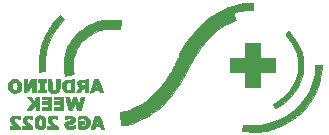
<source format=gbl>
G04 #@! TF.GenerationSoftware,KiCad,Pcbnew,(5.1.9-0-10_14)*
G04 #@! TF.CreationDate,2022-03-06T10:31:41-07:00*
G04 #@! TF.ProjectId,001,3030312e-6b69-4636-9164-5f7063625858,rev?*
G04 #@! TF.SameCoordinates,Original*
G04 #@! TF.FileFunction,Copper,L2,Bot*
G04 #@! TF.FilePolarity,Positive*
%FSLAX46Y46*%
G04 Gerber Fmt 4.6, Leading zero omitted, Abs format (unit mm)*
G04 Created by KiCad (PCBNEW (5.1.9-0-10_14)) date 2022-03-06 10:31:41*
%MOMM*%
%LPD*%
G01*
G04 APERTURE LIST*
G04 #@! TA.AperFunction,EtchedComponent*
%ADD10C,0.010000*%
G04 #@! TD*
G04 APERTURE END LIST*
D10*
G36*
X190942725Y-113390286D02*
G01*
X191209084Y-113396184D01*
X191202111Y-113629017D01*
X191168451Y-114071001D01*
X191094649Y-114515980D01*
X190982065Y-114958597D01*
X190832058Y-115393492D01*
X190648998Y-115809184D01*
X190415955Y-116236353D01*
X190148528Y-116639743D01*
X189848407Y-117017730D01*
X189517281Y-117368693D01*
X189156836Y-117691009D01*
X188768763Y-117983055D01*
X188354749Y-118243210D01*
X187916484Y-118469851D01*
X187846421Y-118501908D01*
X187684282Y-118570548D01*
X187497676Y-118642438D01*
X187296717Y-118714233D01*
X187091520Y-118782591D01*
X186892202Y-118844170D01*
X186708875Y-118895627D01*
X186551656Y-118933620D01*
X186520667Y-118940020D01*
X186223405Y-118988387D01*
X185909597Y-119020272D01*
X185594998Y-119034700D01*
X185295364Y-119030696D01*
X185176584Y-119023188D01*
X184975809Y-119006887D01*
X184814550Y-118993365D01*
X184690095Y-118982372D01*
X184599734Y-118973659D01*
X184540758Y-118966976D01*
X184510455Y-118962072D01*
X184508565Y-118961576D01*
X184494163Y-118953245D01*
X184486742Y-118933379D01*
X184486136Y-118894270D01*
X184492177Y-118828211D01*
X184503681Y-118735326D01*
X184519503Y-118613437D01*
X184531904Y-118527537D01*
X184543512Y-118471716D01*
X184556956Y-118440065D01*
X184574865Y-118426673D01*
X184599865Y-118425630D01*
X184634586Y-118431026D01*
X184638710Y-118431695D01*
X184849367Y-118456922D01*
X185090275Y-118471335D01*
X185350813Y-118475135D01*
X185620357Y-118468522D01*
X185888284Y-118451698D01*
X186143970Y-118424861D01*
X186310457Y-118400145D01*
X186769078Y-118301688D01*
X187213215Y-118165386D01*
X187640642Y-117992848D01*
X188049129Y-117785686D01*
X188436447Y-117545509D01*
X188800370Y-117273928D01*
X189138668Y-116972554D01*
X189449114Y-116642997D01*
X189729478Y-116286868D01*
X189977534Y-115905777D01*
X190119544Y-115647098D01*
X190293859Y-115272504D01*
X190432052Y-114899009D01*
X190536490Y-114518043D01*
X190609540Y-114121038D01*
X190652227Y-113718369D01*
X190676367Y-113384388D01*
X190942725Y-113390286D01*
G37*
X190942725Y-113390286D02*
X191209084Y-113396184D01*
X191202111Y-113629017D01*
X191168451Y-114071001D01*
X191094649Y-114515980D01*
X190982065Y-114958597D01*
X190832058Y-115393492D01*
X190648998Y-115809184D01*
X190415955Y-116236353D01*
X190148528Y-116639743D01*
X189848407Y-117017730D01*
X189517281Y-117368693D01*
X189156836Y-117691009D01*
X188768763Y-117983055D01*
X188354749Y-118243210D01*
X187916484Y-118469851D01*
X187846421Y-118501908D01*
X187684282Y-118570548D01*
X187497676Y-118642438D01*
X187296717Y-118714233D01*
X187091520Y-118782591D01*
X186892202Y-118844170D01*
X186708875Y-118895627D01*
X186551656Y-118933620D01*
X186520667Y-118940020D01*
X186223405Y-118988387D01*
X185909597Y-119020272D01*
X185594998Y-119034700D01*
X185295364Y-119030696D01*
X185176584Y-119023188D01*
X184975809Y-119006887D01*
X184814550Y-118993365D01*
X184690095Y-118982372D01*
X184599734Y-118973659D01*
X184540758Y-118966976D01*
X184510455Y-118962072D01*
X184508565Y-118961576D01*
X184494163Y-118953245D01*
X184486742Y-118933379D01*
X184486136Y-118894270D01*
X184492177Y-118828211D01*
X184503681Y-118735326D01*
X184519503Y-118613437D01*
X184531904Y-118527537D01*
X184543512Y-118471716D01*
X184556956Y-118440065D01*
X184574865Y-118426673D01*
X184599865Y-118425630D01*
X184634586Y-118431026D01*
X184638710Y-118431695D01*
X184849367Y-118456922D01*
X185090275Y-118471335D01*
X185350813Y-118475135D01*
X185620357Y-118468522D01*
X185888284Y-118451698D01*
X186143970Y-118424861D01*
X186310457Y-118400145D01*
X186769078Y-118301688D01*
X187213215Y-118165386D01*
X187640642Y-117992848D01*
X188049129Y-117785686D01*
X188436447Y-117545509D01*
X188800370Y-117273928D01*
X189138668Y-116972554D01*
X189449114Y-116642997D01*
X189729478Y-116286868D01*
X189977534Y-115905777D01*
X190119544Y-115647098D01*
X190293859Y-115272504D01*
X190432052Y-114899009D01*
X190536490Y-114518043D01*
X190609540Y-114121038D01*
X190652227Y-113718369D01*
X190676367Y-113384388D01*
X190942725Y-113390286D01*
G36*
X167471893Y-117670043D02*
G01*
X167583962Y-117702376D01*
X167678066Y-117758771D01*
X167733466Y-117820264D01*
X167778052Y-117915769D01*
X167809262Y-118039921D01*
X167824859Y-118180524D01*
X167823633Y-118312035D01*
X167802867Y-118467426D01*
X167763462Y-118589162D01*
X167703197Y-118682608D01*
X167649498Y-118732479D01*
X167605330Y-118763029D01*
X167562496Y-118781903D01*
X167508178Y-118792363D01*
X167429561Y-118797670D01*
X167387691Y-118799104D01*
X167289093Y-118799961D01*
X167219721Y-118794309D01*
X167166727Y-118780330D01*
X167128412Y-118762430D01*
X167040696Y-118697428D01*
X166977212Y-118608555D01*
X166936302Y-118491803D01*
X166916307Y-118343164D01*
X166915353Y-118307573D01*
X167217642Y-118307573D01*
X167224454Y-118412297D01*
X167242082Y-118487924D01*
X167271500Y-118540603D01*
X167281347Y-118551447D01*
X167335385Y-118587745D01*
X167395533Y-118586546D01*
X167416802Y-118579452D01*
X167461784Y-118544508D01*
X167492856Y-118477778D01*
X167510872Y-118376291D01*
X167516683Y-118237080D01*
X167516677Y-118231821D01*
X167512012Y-118096984D01*
X167497344Y-117999608D01*
X167470563Y-117935562D01*
X167429559Y-117900717D01*
X167372220Y-117890941D01*
X167343667Y-117893199D01*
X167305213Y-117910338D01*
X167270843Y-117937369D01*
X167249671Y-117966365D01*
X167235534Y-118010186D01*
X167226362Y-118078334D01*
X167220676Y-118167604D01*
X167217642Y-118307573D01*
X166915353Y-118307573D01*
X166913631Y-118243350D01*
X166919419Y-118095646D01*
X166937428Y-117980251D01*
X166970089Y-117888288D01*
X167019834Y-117810882D01*
X167037859Y-117789826D01*
X167124841Y-117721665D01*
X167232638Y-117679264D01*
X167351553Y-117662198D01*
X167471893Y-117670043D01*
G37*
X167471893Y-117670043D02*
X167583962Y-117702376D01*
X167678066Y-117758771D01*
X167733466Y-117820264D01*
X167778052Y-117915769D01*
X167809262Y-118039921D01*
X167824859Y-118180524D01*
X167823633Y-118312035D01*
X167802867Y-118467426D01*
X167763462Y-118589162D01*
X167703197Y-118682608D01*
X167649498Y-118732479D01*
X167605330Y-118763029D01*
X167562496Y-118781903D01*
X167508178Y-118792363D01*
X167429561Y-118797670D01*
X167387691Y-118799104D01*
X167289093Y-118799961D01*
X167219721Y-118794309D01*
X167166727Y-118780330D01*
X167128412Y-118762430D01*
X167040696Y-118697428D01*
X166977212Y-118608555D01*
X166936302Y-118491803D01*
X166916307Y-118343164D01*
X166915353Y-118307573D01*
X167217642Y-118307573D01*
X167224454Y-118412297D01*
X167242082Y-118487924D01*
X167271500Y-118540603D01*
X167281347Y-118551447D01*
X167335385Y-118587745D01*
X167395533Y-118586546D01*
X167416802Y-118579452D01*
X167461784Y-118544508D01*
X167492856Y-118477778D01*
X167510872Y-118376291D01*
X167516683Y-118237080D01*
X167516677Y-118231821D01*
X167512012Y-118096984D01*
X167497344Y-117999608D01*
X167470563Y-117935562D01*
X167429559Y-117900717D01*
X167372220Y-117890941D01*
X167343667Y-117893199D01*
X167305213Y-117910338D01*
X167270843Y-117937369D01*
X167249671Y-117966365D01*
X167235534Y-118010186D01*
X167226362Y-118078334D01*
X167220676Y-118167604D01*
X167217642Y-118307573D01*
X166915353Y-118307573D01*
X166913631Y-118243350D01*
X166919419Y-118095646D01*
X166937428Y-117980251D01*
X166970089Y-117888288D01*
X167019834Y-117810882D01*
X167037859Y-117789826D01*
X167124841Y-117721665D01*
X167232638Y-117679264D01*
X167351553Y-117662198D01*
X167471893Y-117670043D01*
G36*
X169942070Y-117669680D02*
G01*
X170076952Y-117696925D01*
X170189325Y-117747169D01*
X170274975Y-117818518D01*
X170329688Y-117909076D01*
X170349250Y-118016949D01*
X170349254Y-118018939D01*
X170332731Y-118125157D01*
X170282278Y-118213236D01*
X170196294Y-118284503D01*
X170073175Y-118340288D01*
X169911317Y-118381918D01*
X169911084Y-118381963D01*
X169815554Y-118408648D01*
X169752111Y-118443420D01*
X169722791Y-118482363D01*
X169729629Y-118521562D01*
X169774658Y-118557101D01*
X169812192Y-118572295D01*
X169916255Y-118586776D01*
X170038924Y-118570640D01*
X170171206Y-118525370D01*
X170211224Y-118506430D01*
X170275194Y-118474706D01*
X170322324Y-118452354D01*
X170341733Y-118444434D01*
X170345520Y-118463792D01*
X170348243Y-118514641D01*
X170349332Y-118586139D01*
X170349334Y-118589049D01*
X170349334Y-118733664D01*
X170269959Y-118760147D01*
X170191704Y-118778017D01*
X170088980Y-118790233D01*
X169974664Y-118796490D01*
X169861634Y-118796483D01*
X169762767Y-118789907D01*
X169690941Y-118776459D01*
X169683807Y-118774022D01*
X169577972Y-118723734D01*
X169502493Y-118659184D01*
X169445617Y-118570333D01*
X169413282Y-118462242D01*
X169421346Y-118356672D01*
X169468846Y-118260387D01*
X169493972Y-118230795D01*
X169560380Y-118182396D01*
X169659765Y-118137304D01*
X169782774Y-118099127D01*
X169897657Y-118075020D01*
X169962251Y-118056529D01*
X170012847Y-118028904D01*
X170021087Y-118021280D01*
X170043468Y-117990809D01*
X170037703Y-117965896D01*
X170012389Y-117938156D01*
X169949346Y-117902469D01*
X169860984Y-117888936D01*
X169757886Y-117897281D01*
X169650637Y-117927229D01*
X169601469Y-117948857D01*
X169540803Y-117977475D01*
X169495066Y-117996010D01*
X169479761Y-117999934D01*
X169469822Y-117980638D01*
X169462818Y-117930197D01*
X169460334Y-117863794D01*
X169460334Y-117727654D01*
X169621637Y-117691768D01*
X169788894Y-117667329D01*
X169942070Y-117669680D01*
G37*
X169942070Y-117669680D02*
X170076952Y-117696925D01*
X170189325Y-117747169D01*
X170274975Y-117818518D01*
X170329688Y-117909076D01*
X170349250Y-118016949D01*
X170349254Y-118018939D01*
X170332731Y-118125157D01*
X170282278Y-118213236D01*
X170196294Y-118284503D01*
X170073175Y-118340288D01*
X169911317Y-118381918D01*
X169911084Y-118381963D01*
X169815554Y-118408648D01*
X169752111Y-118443420D01*
X169722791Y-118482363D01*
X169729629Y-118521562D01*
X169774658Y-118557101D01*
X169812192Y-118572295D01*
X169916255Y-118586776D01*
X170038924Y-118570640D01*
X170171206Y-118525370D01*
X170211224Y-118506430D01*
X170275194Y-118474706D01*
X170322324Y-118452354D01*
X170341733Y-118444434D01*
X170345520Y-118463792D01*
X170348243Y-118514641D01*
X170349332Y-118586139D01*
X170349334Y-118589049D01*
X170349334Y-118733664D01*
X170269959Y-118760147D01*
X170191704Y-118778017D01*
X170088980Y-118790233D01*
X169974664Y-118796490D01*
X169861634Y-118796483D01*
X169762767Y-118789907D01*
X169690941Y-118776459D01*
X169683807Y-118774022D01*
X169577972Y-118723734D01*
X169502493Y-118659184D01*
X169445617Y-118570333D01*
X169413282Y-118462242D01*
X169421346Y-118356672D01*
X169468846Y-118260387D01*
X169493972Y-118230795D01*
X169560380Y-118182396D01*
X169659765Y-118137304D01*
X169782774Y-118099127D01*
X169897657Y-118075020D01*
X169962251Y-118056529D01*
X170012847Y-118028904D01*
X170021087Y-118021280D01*
X170043468Y-117990809D01*
X170037703Y-117965896D01*
X170012389Y-117938156D01*
X169949346Y-117902469D01*
X169860984Y-117888936D01*
X169757886Y-117897281D01*
X169650637Y-117927229D01*
X169601469Y-117948857D01*
X169540803Y-117977475D01*
X169495066Y-117996010D01*
X169479761Y-117999934D01*
X169469822Y-117980638D01*
X169462818Y-117930197D01*
X169460334Y-117863794D01*
X169460334Y-117727654D01*
X169621637Y-117691768D01*
X169788894Y-117667329D01*
X169942070Y-117669680D01*
G36*
X171076325Y-117671050D02*
G01*
X171229318Y-117707646D01*
X171357284Y-117775576D01*
X171457809Y-117873004D01*
X171528476Y-117998094D01*
X171566873Y-118149007D01*
X171569977Y-118176670D01*
X171567226Y-118336906D01*
X171529542Y-118481718D01*
X171459360Y-118606098D01*
X171359113Y-118705034D01*
X171293254Y-118746160D01*
X171214176Y-118773222D01*
X171106120Y-118791016D01*
X170981512Y-118799085D01*
X170852778Y-118796977D01*
X170732347Y-118784235D01*
X170661542Y-118769267D01*
X170539834Y-118736204D01*
X170539834Y-118169267D01*
X171047834Y-118169267D01*
X171047834Y-118402100D01*
X170836167Y-118402100D01*
X170836167Y-118592600D01*
X170916349Y-118592600D01*
X171012315Y-118576659D01*
X171106407Y-118534315D01*
X171183820Y-118473783D01*
X171220892Y-118423597D01*
X171247711Y-118342605D01*
X171258590Y-118244274D01*
X171253068Y-118147075D01*
X171230685Y-118069480D01*
X171229761Y-118067674D01*
X171192662Y-118012451D01*
X171144468Y-117958613D01*
X171143389Y-117957600D01*
X171107900Y-117929376D01*
X171068514Y-117913348D01*
X171012134Y-117906218D01*
X170933134Y-117904684D01*
X170846287Y-117906967D01*
X170783872Y-117916904D01*
X170728099Y-117939127D01*
X170668850Y-117973475D01*
X170609411Y-118009570D01*
X170565764Y-118034480D01*
X170549010Y-118042267D01*
X170544460Y-118022899D01*
X170541176Y-117971984D01*
X170539837Y-117900304D01*
X170539834Y-117896090D01*
X170539834Y-117749913D01*
X170640375Y-117714683D01*
X170714040Y-117695074D01*
X170808974Y-117678039D01*
X170900720Y-117667626D01*
X171076325Y-117671050D01*
G37*
X171076325Y-117671050D02*
X171229318Y-117707646D01*
X171357284Y-117775576D01*
X171457809Y-117873004D01*
X171528476Y-117998094D01*
X171566873Y-118149007D01*
X171569977Y-118176670D01*
X171567226Y-118336906D01*
X171529542Y-118481718D01*
X171459360Y-118606098D01*
X171359113Y-118705034D01*
X171293254Y-118746160D01*
X171214176Y-118773222D01*
X171106120Y-118791016D01*
X170981512Y-118799085D01*
X170852778Y-118796977D01*
X170732347Y-118784235D01*
X170661542Y-118769267D01*
X170539834Y-118736204D01*
X170539834Y-118169267D01*
X171047834Y-118169267D01*
X171047834Y-118402100D01*
X170836167Y-118402100D01*
X170836167Y-118592600D01*
X170916349Y-118592600D01*
X171012315Y-118576659D01*
X171106407Y-118534315D01*
X171183820Y-118473783D01*
X171220892Y-118423597D01*
X171247711Y-118342605D01*
X171258590Y-118244274D01*
X171253068Y-118147075D01*
X171230685Y-118069480D01*
X171229761Y-118067674D01*
X171192662Y-118012451D01*
X171144468Y-117958613D01*
X171143389Y-117957600D01*
X171107900Y-117929376D01*
X171068514Y-117913348D01*
X171012134Y-117906218D01*
X170933134Y-117904684D01*
X170846287Y-117906967D01*
X170783872Y-117916904D01*
X170728099Y-117939127D01*
X170668850Y-117973475D01*
X170609411Y-118009570D01*
X170565764Y-118034480D01*
X170549010Y-118042267D01*
X170544460Y-118022899D01*
X170541176Y-117971984D01*
X170539837Y-117900304D01*
X170539834Y-117896090D01*
X170539834Y-117749913D01*
X170640375Y-117714683D01*
X170714040Y-117695074D01*
X170808974Y-117678039D01*
X170900720Y-117667626D01*
X171076325Y-117671050D01*
G36*
X165387367Y-117676173D02*
G01*
X165493292Y-117692126D01*
X165528625Y-117701059D01*
X165629167Y-117730269D01*
X165629167Y-117850990D01*
X165627165Y-117918739D01*
X165621994Y-117967756D01*
X165616838Y-117984040D01*
X165592586Y-117982540D01*
X165542684Y-117965867D01*
X165495130Y-117945441D01*
X165383962Y-117905712D01*
X165288527Y-117895145D01*
X165213424Y-117912545D01*
X165163251Y-117956720D01*
X165142608Y-118026475D01*
X165142334Y-118037038D01*
X165151247Y-118099435D01*
X165180166Y-118164429D01*
X165232364Y-118235847D01*
X165311110Y-118317516D01*
X165419676Y-118413265D01*
X165560375Y-118526174D01*
X165613586Y-118571173D01*
X165640352Y-118608954D01*
X165649549Y-118655641D01*
X165650334Y-118689629D01*
X165650334Y-118783100D01*
X164782500Y-118783100D01*
X164782500Y-118571434D01*
X165251968Y-118571434D01*
X165148723Y-118489823D01*
X165015771Y-118369764D01*
X164917330Y-118248755D01*
X164853994Y-118129823D01*
X164826357Y-118015992D01*
X164835015Y-117910288D01*
X164880561Y-117815737D01*
X164963589Y-117735364D01*
X164996379Y-117714184D01*
X165063859Y-117690033D01*
X165159970Y-117675439D01*
X165272033Y-117670715D01*
X165387367Y-117676173D01*
G37*
X165387367Y-117676173D02*
X165493292Y-117692126D01*
X165528625Y-117701059D01*
X165629167Y-117730269D01*
X165629167Y-117850990D01*
X165627165Y-117918739D01*
X165621994Y-117967756D01*
X165616838Y-117984040D01*
X165592586Y-117982540D01*
X165542684Y-117965867D01*
X165495130Y-117945441D01*
X165383962Y-117905712D01*
X165288527Y-117895145D01*
X165213424Y-117912545D01*
X165163251Y-117956720D01*
X165142608Y-118026475D01*
X165142334Y-118037038D01*
X165151247Y-118099435D01*
X165180166Y-118164429D01*
X165232364Y-118235847D01*
X165311110Y-118317516D01*
X165419676Y-118413265D01*
X165560375Y-118526174D01*
X165613586Y-118571173D01*
X165640352Y-118608954D01*
X165649549Y-118655641D01*
X165650334Y-118689629D01*
X165650334Y-118783100D01*
X164782500Y-118783100D01*
X164782500Y-118571434D01*
X165251968Y-118571434D01*
X165148723Y-118489823D01*
X165015771Y-118369764D01*
X164917330Y-118248755D01*
X164853994Y-118129823D01*
X164826357Y-118015992D01*
X164835015Y-117910288D01*
X164880561Y-117815737D01*
X164963589Y-117735364D01*
X164996379Y-117714184D01*
X165063859Y-117690033D01*
X165159970Y-117675439D01*
X165272033Y-117670715D01*
X165387367Y-117676173D01*
G36*
X166457502Y-117676015D02*
G01*
X166566480Y-117694771D01*
X166608125Y-117706264D01*
X166687500Y-117731870D01*
X166687500Y-117865902D01*
X166686280Y-117934957D01*
X166683093Y-117983347D01*
X166679019Y-117999934D01*
X166656829Y-117991714D01*
X166607982Y-117970408D01*
X166557310Y-117947224D01*
X166479654Y-117917499D01*
X166402993Y-117898289D01*
X166364709Y-117894307D01*
X166282298Y-117910507D01*
X166227110Y-117955087D01*
X166202778Y-118021274D01*
X166212937Y-118102295D01*
X166230811Y-118143860D01*
X166264996Y-118191605D01*
X166324715Y-118258197D01*
X166402378Y-118336118D01*
X166490398Y-118417849D01*
X166581187Y-118495873D01*
X166608125Y-118517669D01*
X166664676Y-118565464D01*
X166694834Y-118602830D01*
X166706762Y-118643792D01*
X166708667Y-118690400D01*
X166708667Y-118783100D01*
X165840834Y-118783100D01*
X165840834Y-118571434D01*
X166308698Y-118571434D01*
X166179526Y-118463935D01*
X166047034Y-118339047D01*
X165955311Y-118218040D01*
X165903222Y-118098782D01*
X165889632Y-117979141D01*
X165894961Y-117929264D01*
X165931229Y-117834589D01*
X166000923Y-117754129D01*
X166095498Y-117696564D01*
X166138445Y-117681875D01*
X166226699Y-117668696D01*
X166338646Y-117667033D01*
X166457502Y-117676015D01*
G37*
X166457502Y-117676015D02*
X166566480Y-117694771D01*
X166608125Y-117706264D01*
X166687500Y-117731870D01*
X166687500Y-117865902D01*
X166686280Y-117934957D01*
X166683093Y-117983347D01*
X166679019Y-117999934D01*
X166656829Y-117991714D01*
X166607982Y-117970408D01*
X166557310Y-117947224D01*
X166479654Y-117917499D01*
X166402993Y-117898289D01*
X166364709Y-117894307D01*
X166282298Y-117910507D01*
X166227110Y-117955087D01*
X166202778Y-118021274D01*
X166212937Y-118102295D01*
X166230811Y-118143860D01*
X166264996Y-118191605D01*
X166324715Y-118258197D01*
X166402378Y-118336118D01*
X166490398Y-118417849D01*
X166581187Y-118495873D01*
X166608125Y-118517669D01*
X166664676Y-118565464D01*
X166694834Y-118602830D01*
X166706762Y-118643792D01*
X166708667Y-118690400D01*
X166708667Y-118783100D01*
X165840834Y-118783100D01*
X165840834Y-118571434D01*
X166308698Y-118571434D01*
X166179526Y-118463935D01*
X166047034Y-118339047D01*
X165955311Y-118218040D01*
X165903222Y-118098782D01*
X165889632Y-117979141D01*
X165894961Y-117929264D01*
X165931229Y-117834589D01*
X166000923Y-117754129D01*
X166095498Y-117696564D01*
X166138445Y-117681875D01*
X166226699Y-117668696D01*
X166338646Y-117667033D01*
X166457502Y-117676015D01*
G36*
X168540974Y-117676334D02*
G01*
X168633454Y-117685095D01*
X168704388Y-117697314D01*
X168714209Y-117699944D01*
X168804167Y-117726399D01*
X168804167Y-117863166D01*
X168802662Y-117933007D01*
X168798727Y-117982296D01*
X168793507Y-117999934D01*
X168769913Y-117990820D01*
X168723545Y-117967976D01*
X168703934Y-117957639D01*
X168592024Y-117911243D01*
X168492437Y-117896652D01*
X168410404Y-117913719D01*
X168351157Y-117962298D01*
X168347481Y-117967659D01*
X168325872Y-118036016D01*
X168343175Y-118116283D01*
X168399655Y-118208860D01*
X168495580Y-118314149D01*
X168631217Y-118432548D01*
X168687576Y-118476742D01*
X168761582Y-118534307D01*
X168808102Y-118575047D01*
X168833509Y-118607547D01*
X168844178Y-118640392D01*
X168846482Y-118682167D01*
X168846500Y-118690784D01*
X168846500Y-118783100D01*
X167957500Y-118783100D01*
X167957500Y-118571434D01*
X168430787Y-118571434D01*
X168337018Y-118492757D01*
X168213504Y-118381979D01*
X168124090Y-118283599D01*
X168064840Y-118191425D01*
X168031822Y-118099266D01*
X168021100Y-118000929D01*
X168021079Y-117995485D01*
X168034991Y-117880023D01*
X168077782Y-117791501D01*
X168151305Y-117728505D01*
X168257417Y-117689622D01*
X168397972Y-117673435D01*
X168444334Y-117672780D01*
X168540974Y-117676334D01*
G37*
X168540974Y-117676334D02*
X168633454Y-117685095D01*
X168704388Y-117697314D01*
X168714209Y-117699944D01*
X168804167Y-117726399D01*
X168804167Y-117863166D01*
X168802662Y-117933007D01*
X168798727Y-117982296D01*
X168793507Y-117999934D01*
X168769913Y-117990820D01*
X168723545Y-117967976D01*
X168703934Y-117957639D01*
X168592024Y-117911243D01*
X168492437Y-117896652D01*
X168410404Y-117913719D01*
X168351157Y-117962298D01*
X168347481Y-117967659D01*
X168325872Y-118036016D01*
X168343175Y-118116283D01*
X168399655Y-118208860D01*
X168495580Y-118314149D01*
X168631217Y-118432548D01*
X168687576Y-118476742D01*
X168761582Y-118534307D01*
X168808102Y-118575047D01*
X168833509Y-118607547D01*
X168844178Y-118640392D01*
X168846482Y-118682167D01*
X168846500Y-118690784D01*
X168846500Y-118783100D01*
X167957500Y-118783100D01*
X167957500Y-118571434D01*
X168430787Y-118571434D01*
X168337018Y-118492757D01*
X168213504Y-118381979D01*
X168124090Y-118283599D01*
X168064840Y-118191425D01*
X168031822Y-118099266D01*
X168021100Y-118000929D01*
X168021079Y-117995485D01*
X168034991Y-117880023D01*
X168077782Y-117791501D01*
X168151305Y-117728505D01*
X168257417Y-117689622D01*
X168397972Y-117673435D01*
X168444334Y-117672780D01*
X168540974Y-117676334D01*
G36*
X172588471Y-118216892D02*
G01*
X172640321Y-118358934D01*
X172686987Y-118487950D01*
X172726576Y-118598613D01*
X172757196Y-118685593D01*
X172776954Y-118743561D01*
X172783956Y-118767189D01*
X172783955Y-118767225D01*
X172764351Y-118775092D01*
X172713239Y-118780771D01*
X172641431Y-118783093D01*
X172637035Y-118783100D01*
X172490569Y-118783100D01*
X172420265Y-118571434D01*
X172028933Y-118571434D01*
X171997779Y-118671975D01*
X171966625Y-118772517D01*
X171814146Y-118778736D01*
X171739899Y-118779625D01*
X171685462Y-118776203D01*
X171661416Y-118769203D01*
X171661074Y-118768152D01*
X171667919Y-118744567D01*
X171687518Y-118686605D01*
X171717983Y-118599607D01*
X171757425Y-118488917D01*
X171803953Y-118359877D01*
X171812274Y-118337025D01*
X172116580Y-118337025D01*
X172128552Y-118354589D01*
X172159237Y-118359862D01*
X172209952Y-118359806D01*
X172221157Y-118359767D01*
X172285386Y-118357186D01*
X172328230Y-118350520D01*
X172339102Y-118343892D01*
X172332359Y-118317712D01*
X172314405Y-118262690D01*
X172288808Y-118189651D01*
X172282676Y-118172709D01*
X172226148Y-118017402D01*
X172179774Y-118140959D01*
X172143508Y-118237173D01*
X172122004Y-118300207D01*
X172116580Y-118337025D01*
X171812274Y-118337025D01*
X171855679Y-118217829D01*
X171856022Y-118216892D01*
X172051562Y-117682434D01*
X172392530Y-117682434D01*
X172588471Y-118216892D01*
G37*
X172588471Y-118216892D02*
X172640321Y-118358934D01*
X172686987Y-118487950D01*
X172726576Y-118598613D01*
X172757196Y-118685593D01*
X172776954Y-118743561D01*
X172783956Y-118767189D01*
X172783955Y-118767225D01*
X172764351Y-118775092D01*
X172713239Y-118780771D01*
X172641431Y-118783093D01*
X172637035Y-118783100D01*
X172490569Y-118783100D01*
X172420265Y-118571434D01*
X172028933Y-118571434D01*
X171997779Y-118671975D01*
X171966625Y-118772517D01*
X171814146Y-118778736D01*
X171739899Y-118779625D01*
X171685462Y-118776203D01*
X171661416Y-118769203D01*
X171661074Y-118768152D01*
X171667919Y-118744567D01*
X171687518Y-118686605D01*
X171717983Y-118599607D01*
X171757425Y-118488917D01*
X171803953Y-118359877D01*
X171812274Y-118337025D01*
X172116580Y-118337025D01*
X172128552Y-118354589D01*
X172159237Y-118359862D01*
X172209952Y-118359806D01*
X172221157Y-118359767D01*
X172285386Y-118357186D01*
X172328230Y-118350520D01*
X172339102Y-118343892D01*
X172332359Y-118317712D01*
X172314405Y-118262690D01*
X172288808Y-118189651D01*
X172282676Y-118172709D01*
X172226148Y-118017402D01*
X172179774Y-118140959D01*
X172143508Y-118237173D01*
X172122004Y-118300207D01*
X172116580Y-118337025D01*
X171812274Y-118337025D01*
X171855679Y-118217829D01*
X171856022Y-118216892D01*
X172051562Y-117682434D01*
X172392530Y-117682434D01*
X172588471Y-118216892D01*
G36*
X185398834Y-108707767D02*
G01*
X185255959Y-108707993D01*
X185127331Y-108712482D01*
X184969755Y-108724628D01*
X184795621Y-108742974D01*
X184617321Y-108766064D01*
X184447246Y-108792442D01*
X184298071Y-108820590D01*
X184162691Y-108850769D01*
X184036621Y-108881623D01*
X183926041Y-108911377D01*
X183837131Y-108938255D01*
X183776071Y-108960483D01*
X183749041Y-108976284D01*
X183748263Y-108978538D01*
X183754565Y-109003004D01*
X183771612Y-109060222D01*
X183797098Y-109142674D01*
X183828718Y-109242841D01*
X183843513Y-109289134D01*
X183876893Y-109393401D01*
X183905126Y-109481973D01*
X183925945Y-109547707D01*
X183937084Y-109583462D01*
X183938334Y-109587863D01*
X183919802Y-109595806D01*
X183869892Y-109614694D01*
X183797131Y-109641341D01*
X183742542Y-109660985D01*
X183572354Y-109729014D01*
X183380099Y-109818100D01*
X183176571Y-109922612D01*
X182972563Y-110036917D01*
X182778871Y-110155384D01*
X182715358Y-110196892D01*
X182350594Y-110461549D01*
X181991522Y-110764977D01*
X181641552Y-111103671D01*
X181304095Y-111474131D01*
X180982563Y-111872854D01*
X180702305Y-112263767D01*
X180589627Y-112432629D01*
X180488409Y-112590078D01*
X180394522Y-112743420D01*
X180303834Y-112899962D01*
X180212215Y-113067010D01*
X180115534Y-113251870D01*
X180009661Y-113461849D01*
X179906516Y-113671350D01*
X179752265Y-113982171D01*
X179608804Y-114259907D01*
X179472228Y-114511172D01*
X179338631Y-114742582D01*
X179204106Y-114960752D01*
X179064748Y-115172296D01*
X178916649Y-115383830D01*
X178806019Y-115534996D01*
X178438857Y-116000147D01*
X178056836Y-116428324D01*
X177660688Y-116819018D01*
X177251149Y-117171720D01*
X176828951Y-117485921D01*
X176394828Y-117761114D01*
X175949514Y-117996791D01*
X175493743Y-118192442D01*
X175028248Y-118347559D01*
X174593229Y-118453790D01*
X174462396Y-118479628D01*
X174367600Y-118496508D01*
X174303623Y-118504966D01*
X174265249Y-118505538D01*
X174247260Y-118498759D01*
X174244000Y-118489669D01*
X174241094Y-118464453D01*
X174232925Y-118403279D01*
X174220320Y-118312078D01*
X174204105Y-118196785D01*
X174185106Y-118063334D01*
X174169917Y-117957600D01*
X174149364Y-117813960D01*
X174131002Y-117683519D01*
X174115660Y-117572356D01*
X174104171Y-117486549D01*
X174097366Y-117432178D01*
X174095834Y-117415907D01*
X174114769Y-117394412D01*
X174162771Y-117377426D01*
X174175209Y-117375084D01*
X174282112Y-117354296D01*
X174416781Y-117323118D01*
X174566925Y-117284863D01*
X174720253Y-117242842D01*
X174864476Y-117200365D01*
X174987304Y-117160744D01*
X175037750Y-117142703D01*
X175439827Y-116969945D01*
X175835768Y-116756391D01*
X176224030Y-116503330D01*
X176603067Y-116212050D01*
X176971335Y-115883840D01*
X177327292Y-115519988D01*
X177669392Y-115121782D01*
X177996091Y-114690511D01*
X178023812Y-114651359D01*
X178153730Y-114461999D01*
X178276546Y-114272133D01*
X178396151Y-114074981D01*
X178516438Y-113863762D01*
X178641297Y-113631696D01*
X178774620Y-113372002D01*
X178882284Y-113155476D01*
X178970798Y-112975059D01*
X179041964Y-112828778D01*
X179097359Y-112712902D01*
X179138563Y-112623698D01*
X179167152Y-112557435D01*
X179184704Y-112510382D01*
X179192796Y-112478807D01*
X179193006Y-112458979D01*
X179186911Y-112447165D01*
X179183119Y-112443889D01*
X179169172Y-112429468D01*
X179166255Y-112408791D01*
X179176828Y-112374846D01*
X179203347Y-112320617D01*
X179248270Y-112239092D01*
X179265656Y-112208347D01*
X179452677Y-111896105D01*
X179666401Y-111570117D01*
X179899129Y-111241311D01*
X180143165Y-110920612D01*
X180359742Y-110655448D01*
X180732959Y-110242059D01*
X181122917Y-109863278D01*
X181528157Y-109519882D01*
X181947221Y-109212651D01*
X182378650Y-108942364D01*
X182820986Y-108709800D01*
X183272770Y-108515737D01*
X183732544Y-108360954D01*
X184198849Y-108246231D01*
X184670227Y-108172345D01*
X185065459Y-108142547D01*
X185398834Y-108129735D01*
X185398834Y-108707767D01*
G37*
X185398834Y-108707767D02*
X185255959Y-108707993D01*
X185127331Y-108712482D01*
X184969755Y-108724628D01*
X184795621Y-108742974D01*
X184617321Y-108766064D01*
X184447246Y-108792442D01*
X184298071Y-108820590D01*
X184162691Y-108850769D01*
X184036621Y-108881623D01*
X183926041Y-108911377D01*
X183837131Y-108938255D01*
X183776071Y-108960483D01*
X183749041Y-108976284D01*
X183748263Y-108978538D01*
X183754565Y-109003004D01*
X183771612Y-109060222D01*
X183797098Y-109142674D01*
X183828718Y-109242841D01*
X183843513Y-109289134D01*
X183876893Y-109393401D01*
X183905126Y-109481973D01*
X183925945Y-109547707D01*
X183937084Y-109583462D01*
X183938334Y-109587863D01*
X183919802Y-109595806D01*
X183869892Y-109614694D01*
X183797131Y-109641341D01*
X183742542Y-109660985D01*
X183572354Y-109729014D01*
X183380099Y-109818100D01*
X183176571Y-109922612D01*
X182972563Y-110036917D01*
X182778871Y-110155384D01*
X182715358Y-110196892D01*
X182350594Y-110461549D01*
X181991522Y-110764977D01*
X181641552Y-111103671D01*
X181304095Y-111474131D01*
X180982563Y-111872854D01*
X180702305Y-112263767D01*
X180589627Y-112432629D01*
X180488409Y-112590078D01*
X180394522Y-112743420D01*
X180303834Y-112899962D01*
X180212215Y-113067010D01*
X180115534Y-113251870D01*
X180009661Y-113461849D01*
X179906516Y-113671350D01*
X179752265Y-113982171D01*
X179608804Y-114259907D01*
X179472228Y-114511172D01*
X179338631Y-114742582D01*
X179204106Y-114960752D01*
X179064748Y-115172296D01*
X178916649Y-115383830D01*
X178806019Y-115534996D01*
X178438857Y-116000147D01*
X178056836Y-116428324D01*
X177660688Y-116819018D01*
X177251149Y-117171720D01*
X176828951Y-117485921D01*
X176394828Y-117761114D01*
X175949514Y-117996791D01*
X175493743Y-118192442D01*
X175028248Y-118347559D01*
X174593229Y-118453790D01*
X174462396Y-118479628D01*
X174367600Y-118496508D01*
X174303623Y-118504966D01*
X174265249Y-118505538D01*
X174247260Y-118498759D01*
X174244000Y-118489669D01*
X174241094Y-118464453D01*
X174232925Y-118403279D01*
X174220320Y-118312078D01*
X174204105Y-118196785D01*
X174185106Y-118063334D01*
X174169917Y-117957600D01*
X174149364Y-117813960D01*
X174131002Y-117683519D01*
X174115660Y-117572356D01*
X174104171Y-117486549D01*
X174097366Y-117432178D01*
X174095834Y-117415907D01*
X174114769Y-117394412D01*
X174162771Y-117377426D01*
X174175209Y-117375084D01*
X174282112Y-117354296D01*
X174416781Y-117323118D01*
X174566925Y-117284863D01*
X174720253Y-117242842D01*
X174864476Y-117200365D01*
X174987304Y-117160744D01*
X175037750Y-117142703D01*
X175439827Y-116969945D01*
X175835768Y-116756391D01*
X176224030Y-116503330D01*
X176603067Y-116212050D01*
X176971335Y-115883840D01*
X177327292Y-115519988D01*
X177669392Y-115121782D01*
X177996091Y-114690511D01*
X178023812Y-114651359D01*
X178153730Y-114461999D01*
X178276546Y-114272133D01*
X178396151Y-114074981D01*
X178516438Y-113863762D01*
X178641297Y-113631696D01*
X178774620Y-113372002D01*
X178882284Y-113155476D01*
X178970798Y-112975059D01*
X179041964Y-112828778D01*
X179097359Y-112712902D01*
X179138563Y-112623698D01*
X179167152Y-112557435D01*
X179184704Y-112510382D01*
X179192796Y-112478807D01*
X179193006Y-112458979D01*
X179186911Y-112447165D01*
X179183119Y-112443889D01*
X179169172Y-112429468D01*
X179166255Y-112408791D01*
X179176828Y-112374846D01*
X179203347Y-112320617D01*
X179248270Y-112239092D01*
X179265656Y-112208347D01*
X179452677Y-111896105D01*
X179666401Y-111570117D01*
X179899129Y-111241311D01*
X180143165Y-110920612D01*
X180359742Y-110655448D01*
X180732959Y-110242059D01*
X181122917Y-109863278D01*
X181528157Y-109519882D01*
X181947221Y-109212651D01*
X182378650Y-108942364D01*
X182820986Y-108709800D01*
X183272770Y-108515737D01*
X183732544Y-108360954D01*
X184198849Y-108246231D01*
X184670227Y-108172345D01*
X185065459Y-108142547D01*
X185398834Y-108129735D01*
X185398834Y-108707767D01*
G36*
X167280167Y-117195600D02*
G01*
X166983834Y-117195600D01*
X166983834Y-117007692D01*
X166981830Y-116908456D01*
X166975052Y-116843739D01*
X166962349Y-116805880D01*
X166951572Y-116793009D01*
X166922207Y-116774672D01*
X166912196Y-116774542D01*
X166897585Y-116793841D01*
X166863005Y-116840315D01*
X166813587Y-116907049D01*
X166754461Y-116987129D01*
X166752916Y-116989225D01*
X166600750Y-117195600D01*
X166421875Y-117195600D01*
X166340826Y-117194300D01*
X166278931Y-117190830D01*
X166245934Y-117185841D01*
X166243000Y-117183694D01*
X166255192Y-117163670D01*
X166288872Y-117116053D01*
X166339698Y-117046790D01*
X166403327Y-116961827D01*
X166447790Y-116903236D01*
X166518602Y-116810343D01*
X166580915Y-116728536D01*
X166629955Y-116664086D01*
X166660950Y-116623264D01*
X166668895Y-116612728D01*
X166661786Y-116589188D01*
X166630066Y-116539220D01*
X166577379Y-116467919D01*
X166507371Y-116380383D01*
X166474688Y-116341198D01*
X166402220Y-116254737D01*
X166340530Y-116180091D01*
X166294303Y-116123011D01*
X166268225Y-116089249D01*
X166264167Y-116082695D01*
X166283686Y-116078752D01*
X166335667Y-116076038D01*
X166410247Y-116074982D01*
X166438792Y-116075076D01*
X166613417Y-116076386D01*
X166793334Y-116308201D01*
X166973250Y-116540016D01*
X166979235Y-116306892D01*
X166985220Y-116073767D01*
X167280167Y-116073767D01*
X167280167Y-117195600D01*
G37*
X167280167Y-117195600D02*
X166983834Y-117195600D01*
X166983834Y-117007692D01*
X166981830Y-116908456D01*
X166975052Y-116843739D01*
X166962349Y-116805880D01*
X166951572Y-116793009D01*
X166922207Y-116774672D01*
X166912196Y-116774542D01*
X166897585Y-116793841D01*
X166863005Y-116840315D01*
X166813587Y-116907049D01*
X166754461Y-116987129D01*
X166752916Y-116989225D01*
X166600750Y-117195600D01*
X166421875Y-117195600D01*
X166340826Y-117194300D01*
X166278931Y-117190830D01*
X166245934Y-117185841D01*
X166243000Y-117183694D01*
X166255192Y-117163670D01*
X166288872Y-117116053D01*
X166339698Y-117046790D01*
X166403327Y-116961827D01*
X166447790Y-116903236D01*
X166518602Y-116810343D01*
X166580915Y-116728536D01*
X166629955Y-116664086D01*
X166660950Y-116623264D01*
X166668895Y-116612728D01*
X166661786Y-116589188D01*
X166630066Y-116539220D01*
X166577379Y-116467919D01*
X166507371Y-116380383D01*
X166474688Y-116341198D01*
X166402220Y-116254737D01*
X166340530Y-116180091D01*
X166294303Y-116123011D01*
X166268225Y-116089249D01*
X166264167Y-116082695D01*
X166283686Y-116078752D01*
X166335667Y-116076038D01*
X166410247Y-116074982D01*
X166438792Y-116075076D01*
X166613417Y-116076386D01*
X166793334Y-116308201D01*
X166973250Y-116540016D01*
X166979235Y-116306892D01*
X166985220Y-116073767D01*
X167280167Y-116073767D01*
X167280167Y-117195600D01*
G36*
X168296167Y-117195600D02*
G01*
X167908111Y-117195600D01*
X167784010Y-117194865D01*
X167674783Y-117192821D01*
X167587373Y-117189713D01*
X167528723Y-117185784D01*
X167505945Y-117181489D01*
X167497668Y-117153637D01*
X167492591Y-117098830D01*
X167491834Y-117065072D01*
X167491834Y-116962767D01*
X167999834Y-116962767D01*
X167999834Y-116708767D01*
X167534167Y-116708767D01*
X167534167Y-116475934D01*
X167999834Y-116475934D01*
X167999834Y-116306600D01*
X167491834Y-116306600D01*
X167491834Y-116073767D01*
X168296167Y-116073767D01*
X168296167Y-117195600D01*
G37*
X168296167Y-117195600D02*
X167908111Y-117195600D01*
X167784010Y-117194865D01*
X167674783Y-117192821D01*
X167587373Y-117189713D01*
X167528723Y-117185784D01*
X167505945Y-117181489D01*
X167497668Y-117153637D01*
X167492591Y-117098830D01*
X167491834Y-117065072D01*
X167491834Y-116962767D01*
X167999834Y-116962767D01*
X167999834Y-116708767D01*
X167534167Y-116708767D01*
X167534167Y-116475934D01*
X167999834Y-116475934D01*
X167999834Y-116306600D01*
X167491834Y-116306600D01*
X167491834Y-116073767D01*
X168296167Y-116073767D01*
X168296167Y-117195600D01*
G36*
X169328394Y-116628934D02*
G01*
X169322750Y-117185017D01*
X168929855Y-117190761D01*
X168804934Y-117191827D01*
X168694817Y-117191321D01*
X168606409Y-117189394D01*
X168546613Y-117186195D01*
X168522397Y-117181941D01*
X168513852Y-117153802D01*
X168508613Y-117098792D01*
X168507834Y-117065072D01*
X168507834Y-116962767D01*
X169015834Y-116962767D01*
X169015834Y-116708767D01*
X168550167Y-116708767D01*
X168550167Y-116475934D01*
X169015834Y-116475934D01*
X169015834Y-116306600D01*
X168505621Y-116306600D01*
X168518417Y-116084350D01*
X168926228Y-116078600D01*
X169334038Y-116072850D01*
X169328394Y-116628934D01*
G37*
X169328394Y-116628934D02*
X169322750Y-117185017D01*
X168929855Y-117190761D01*
X168804934Y-117191827D01*
X168694817Y-117191321D01*
X168606409Y-117189394D01*
X168546613Y-117186195D01*
X168522397Y-117181941D01*
X168513852Y-117153802D01*
X168508613Y-117098792D01*
X168507834Y-117065072D01*
X168507834Y-116962767D01*
X169015834Y-116962767D01*
X169015834Y-116708767D01*
X168550167Y-116708767D01*
X168550167Y-116475934D01*
X169015834Y-116475934D01*
X169015834Y-116306600D01*
X168505621Y-116306600D01*
X168518417Y-116084350D01*
X168926228Y-116078600D01*
X169334038Y-116072850D01*
X169328394Y-116628934D01*
G36*
X170292611Y-116078186D02*
G01*
X170442149Y-116084350D01*
X170532124Y-116420053D01*
X170562680Y-116532814D01*
X170589764Y-116630420D01*
X170611388Y-116705892D01*
X170625565Y-116752254D01*
X170629976Y-116763632D01*
X170637073Y-116747234D01*
X170650934Y-116696789D01*
X170669689Y-116619691D01*
X170691469Y-116523338D01*
X170696109Y-116502013D01*
X170720037Y-116392523D01*
X170742730Y-116290837D01*
X170761700Y-116207961D01*
X170774462Y-116154902D01*
X170774915Y-116153142D01*
X170795465Y-116073767D01*
X170942816Y-116073767D01*
X171022246Y-116075475D01*
X171067669Y-116081847D01*
X171087317Y-116094754D01*
X171090167Y-116107241D01*
X171084805Y-116135902D01*
X171069942Y-116198350D01*
X171047415Y-116287747D01*
X171019058Y-116397260D01*
X170986709Y-116520053D01*
X170952202Y-116649289D01*
X170917373Y-116778134D01*
X170884058Y-116899752D01*
X170854092Y-117007308D01*
X170829312Y-117093966D01*
X170811554Y-117152890D01*
X170802906Y-117176879D01*
X170777533Y-117186020D01*
X170721426Y-117192688D01*
X170646167Y-117195570D01*
X170637448Y-117195600D01*
X170483560Y-117195600D01*
X170391526Y-116853976D01*
X170299491Y-116512353D01*
X170273098Y-116605268D01*
X170256901Y-116663143D01*
X170232998Y-116749613D01*
X170204767Y-116852417D01*
X170178963Y-116946892D01*
X170111220Y-117195600D01*
X169956359Y-117195600D01*
X169879528Y-117193268D01*
X169820628Y-117187117D01*
X169791174Y-117178417D01*
X169790179Y-117177285D01*
X169780960Y-117151080D01*
X169762979Y-117090695D01*
X169738061Y-117002936D01*
X169708030Y-116894611D01*
X169674711Y-116772526D01*
X169639928Y-116643489D01*
X169605506Y-116514308D01*
X169573270Y-116391790D01*
X169545043Y-116282741D01*
X169522651Y-116193970D01*
X169507917Y-116132284D01*
X169502667Y-116104567D01*
X169512308Y-116087593D01*
X169546212Y-116077951D01*
X169611853Y-116074064D01*
X169648461Y-116073767D01*
X169794256Y-116073767D01*
X169860037Y-116354225D01*
X169885647Y-116464319D01*
X169908817Y-116565568D01*
X169927233Y-116647752D01*
X169938581Y-116700649D01*
X169939613Y-116705851D01*
X169947361Y-116738773D01*
X169955707Y-116753148D01*
X169966121Y-116745283D01*
X169980078Y-116711484D01*
X169999051Y-116648060D01*
X170024512Y-116551316D01*
X170057935Y-116417561D01*
X170063330Y-116395686D01*
X170143074Y-116072021D01*
X170292611Y-116078186D01*
G37*
X170292611Y-116078186D02*
X170442149Y-116084350D01*
X170532124Y-116420053D01*
X170562680Y-116532814D01*
X170589764Y-116630420D01*
X170611388Y-116705892D01*
X170625565Y-116752254D01*
X170629976Y-116763632D01*
X170637073Y-116747234D01*
X170650934Y-116696789D01*
X170669689Y-116619691D01*
X170691469Y-116523338D01*
X170696109Y-116502013D01*
X170720037Y-116392523D01*
X170742730Y-116290837D01*
X170761700Y-116207961D01*
X170774462Y-116154902D01*
X170774915Y-116153142D01*
X170795465Y-116073767D01*
X170942816Y-116073767D01*
X171022246Y-116075475D01*
X171067669Y-116081847D01*
X171087317Y-116094754D01*
X171090167Y-116107241D01*
X171084805Y-116135902D01*
X171069942Y-116198350D01*
X171047415Y-116287747D01*
X171019058Y-116397260D01*
X170986709Y-116520053D01*
X170952202Y-116649289D01*
X170917373Y-116778134D01*
X170884058Y-116899752D01*
X170854092Y-117007308D01*
X170829312Y-117093966D01*
X170811554Y-117152890D01*
X170802906Y-117176879D01*
X170777533Y-117186020D01*
X170721426Y-117192688D01*
X170646167Y-117195570D01*
X170637448Y-117195600D01*
X170483560Y-117195600D01*
X170391526Y-116853976D01*
X170299491Y-116512353D01*
X170273098Y-116605268D01*
X170256901Y-116663143D01*
X170232998Y-116749613D01*
X170204767Y-116852417D01*
X170178963Y-116946892D01*
X170111220Y-117195600D01*
X169956359Y-117195600D01*
X169879528Y-117193268D01*
X169820628Y-117187117D01*
X169791174Y-117178417D01*
X169790179Y-117177285D01*
X169780960Y-117151080D01*
X169762979Y-117090695D01*
X169738061Y-117002936D01*
X169708030Y-116894611D01*
X169674711Y-116772526D01*
X169639928Y-116643489D01*
X169605506Y-116514308D01*
X169573270Y-116391790D01*
X169545043Y-116282741D01*
X169522651Y-116193970D01*
X169507917Y-116132284D01*
X169502667Y-116104567D01*
X169512308Y-116087593D01*
X169546212Y-116077951D01*
X169611853Y-116074064D01*
X169648461Y-116073767D01*
X169794256Y-116073767D01*
X169860037Y-116354225D01*
X169885647Y-116464319D01*
X169908817Y-116565568D01*
X169927233Y-116647752D01*
X169938581Y-116700649D01*
X169939613Y-116705851D01*
X169947361Y-116738773D01*
X169955707Y-116753148D01*
X169966121Y-116745283D01*
X169980078Y-116711484D01*
X169999051Y-116648060D01*
X170024512Y-116551316D01*
X170057935Y-116417561D01*
X170063330Y-116395686D01*
X170143074Y-116072021D01*
X170292611Y-116078186D01*
G36*
X188546638Y-110665684D02*
G01*
X188815098Y-110981773D01*
X189047006Y-111316220D01*
X189241802Y-111666553D01*
X189398924Y-112030302D01*
X189517812Y-112404994D01*
X189597904Y-112788159D01*
X189638640Y-113177324D01*
X189639458Y-113570019D01*
X189599798Y-113963772D01*
X189519097Y-114356112D01*
X189442868Y-114613722D01*
X189297276Y-114985506D01*
X189114308Y-115341970D01*
X188896871Y-115679740D01*
X188647874Y-115995443D01*
X188370226Y-116285703D01*
X188066837Y-116547147D01*
X187740614Y-116776399D01*
X187424511Y-116955129D01*
X187238272Y-117048894D01*
X187152817Y-116866538D01*
X187116765Y-116787500D01*
X187089807Y-116724311D01*
X187075531Y-116685620D01*
X187074473Y-116677817D01*
X187095524Y-116665894D01*
X187144379Y-116640400D01*
X187210932Y-116606601D01*
X187218511Y-116602797D01*
X187552497Y-116412737D01*
X187862960Y-116190500D01*
X188147647Y-115939077D01*
X188404304Y-115661456D01*
X188630681Y-115360624D01*
X188824523Y-115039571D01*
X188983580Y-114701285D01*
X189105598Y-114348755D01*
X189187373Y-113990571D01*
X189215085Y-113771906D01*
X189229252Y-113529751D01*
X189229857Y-113279791D01*
X189216885Y-113037713D01*
X189190320Y-112819203D01*
X189188531Y-112808570D01*
X189103093Y-112432959D01*
X188978119Y-112071173D01*
X188814856Y-111725684D01*
X188614552Y-111398963D01*
X188378452Y-111093481D01*
X188254274Y-110956688D01*
X188193757Y-110892169D01*
X188158191Y-110844564D01*
X188148558Y-110804561D01*
X188165836Y-110762847D01*
X188211006Y-110710109D01*
X188285048Y-110637035D01*
X188288237Y-110633934D01*
X188407929Y-110517517D01*
X188546638Y-110665684D01*
G37*
X188546638Y-110665684D02*
X188815098Y-110981773D01*
X189047006Y-111316220D01*
X189241802Y-111666553D01*
X189398924Y-112030302D01*
X189517812Y-112404994D01*
X189597904Y-112788159D01*
X189638640Y-113177324D01*
X189639458Y-113570019D01*
X189599798Y-113963772D01*
X189519097Y-114356112D01*
X189442868Y-114613722D01*
X189297276Y-114985506D01*
X189114308Y-115341970D01*
X188896871Y-115679740D01*
X188647874Y-115995443D01*
X188370226Y-116285703D01*
X188066837Y-116547147D01*
X187740614Y-116776399D01*
X187424511Y-116955129D01*
X187238272Y-117048894D01*
X187152817Y-116866538D01*
X187116765Y-116787500D01*
X187089807Y-116724311D01*
X187075531Y-116685620D01*
X187074473Y-116677817D01*
X187095524Y-116665894D01*
X187144379Y-116640400D01*
X187210932Y-116606601D01*
X187218511Y-116602797D01*
X187552497Y-116412737D01*
X187862960Y-116190500D01*
X188147647Y-115939077D01*
X188404304Y-115661456D01*
X188630681Y-115360624D01*
X188824523Y-115039571D01*
X188983580Y-114701285D01*
X189105598Y-114348755D01*
X189187373Y-113990571D01*
X189215085Y-113771906D01*
X189229252Y-113529751D01*
X189229857Y-113279791D01*
X189216885Y-113037713D01*
X189190320Y-112819203D01*
X189188531Y-112808570D01*
X189103093Y-112432959D01*
X188978119Y-112071173D01*
X188814856Y-111725684D01*
X188614552Y-111398963D01*
X188378452Y-111093481D01*
X188254274Y-110956688D01*
X188193757Y-110892169D01*
X188158191Y-110844564D01*
X188148558Y-110804561D01*
X188165836Y-110762847D01*
X188211006Y-110710109D01*
X188285048Y-110637035D01*
X188288237Y-110633934D01*
X188407929Y-110517517D01*
X188546638Y-110665684D01*
G36*
X165367371Y-114609804D02*
G01*
X165506167Y-114661277D01*
X165619013Y-114744060D01*
X165703180Y-114855694D01*
X165755937Y-114993719D01*
X165772597Y-115103039D01*
X165769377Y-115276345D01*
X165733375Y-115424412D01*
X165665046Y-115546275D01*
X165564849Y-115640967D01*
X165499949Y-115679324D01*
X165431916Y-115709359D01*
X165367817Y-115726265D01*
X165290725Y-115733331D01*
X165217553Y-115734171D01*
X165124063Y-115729985D01*
X165035777Y-115719807D01*
X164970223Y-115705735D01*
X164964861Y-115703936D01*
X164870407Y-115652224D01*
X164781115Y-115571844D01*
X164709839Y-115475760D01*
X164682134Y-115418768D01*
X164655587Y-115312196D01*
X164646005Y-115184319D01*
X164951380Y-115184319D01*
X164968022Y-115299297D01*
X164986785Y-115355930D01*
X165038236Y-115437862D01*
X165110625Y-115492941D01*
X165194323Y-115518288D01*
X165279702Y-115511028D01*
X165357133Y-115468283D01*
X165358564Y-115467019D01*
X165418238Y-115385843D01*
X165451944Y-115272532D01*
X165459834Y-115164998D01*
X165446011Y-115034766D01*
X165405594Y-114934055D01*
X165340163Y-114864922D01*
X165251295Y-114829426D01*
X165198900Y-114824934D01*
X165114874Y-114844103D01*
X165045237Y-114896819D01*
X164992860Y-114975888D01*
X164960616Y-115074118D01*
X164951380Y-115184319D01*
X164646005Y-115184319D01*
X164645491Y-115177471D01*
X164645450Y-115162958D01*
X164663558Y-114999097D01*
X164715058Y-114859346D01*
X164797464Y-114746238D01*
X164908292Y-114662306D01*
X165045058Y-114610082D01*
X165205277Y-114592100D01*
X165205356Y-114592100D01*
X165367371Y-114609804D01*
G37*
X165367371Y-114609804D02*
X165506167Y-114661277D01*
X165619013Y-114744060D01*
X165703180Y-114855694D01*
X165755937Y-114993719D01*
X165772597Y-115103039D01*
X165769377Y-115276345D01*
X165733375Y-115424412D01*
X165665046Y-115546275D01*
X165564849Y-115640967D01*
X165499949Y-115679324D01*
X165431916Y-115709359D01*
X165367817Y-115726265D01*
X165290725Y-115733331D01*
X165217553Y-115734171D01*
X165124063Y-115729985D01*
X165035777Y-115719807D01*
X164970223Y-115705735D01*
X164964861Y-115703936D01*
X164870407Y-115652224D01*
X164781115Y-115571844D01*
X164709839Y-115475760D01*
X164682134Y-115418768D01*
X164655587Y-115312196D01*
X164646005Y-115184319D01*
X164951380Y-115184319D01*
X164968022Y-115299297D01*
X164986785Y-115355930D01*
X165038236Y-115437862D01*
X165110625Y-115492941D01*
X165194323Y-115518288D01*
X165279702Y-115511028D01*
X165357133Y-115468283D01*
X165358564Y-115467019D01*
X165418238Y-115385843D01*
X165451944Y-115272532D01*
X165459834Y-115164998D01*
X165446011Y-115034766D01*
X165405594Y-114934055D01*
X165340163Y-114864922D01*
X165251295Y-114829426D01*
X165198900Y-114824934D01*
X165114874Y-114844103D01*
X165045237Y-114896819D01*
X164992860Y-114975888D01*
X164960616Y-115074118D01*
X164951380Y-115184319D01*
X164646005Y-115184319D01*
X164645491Y-115177471D01*
X164645450Y-115162958D01*
X164663558Y-114999097D01*
X164715058Y-114859346D01*
X164797464Y-114746238D01*
X164908292Y-114662306D01*
X165045058Y-114610082D01*
X165205277Y-114592100D01*
X165205356Y-114592100D01*
X165367371Y-114609804D01*
G36*
X168342143Y-115014889D02*
G01*
X168344788Y-115155045D01*
X168347701Y-115259187D01*
X168351657Y-115333630D01*
X168357429Y-115384690D01*
X168365793Y-115418683D01*
X168377522Y-115441924D01*
X168393390Y-115460729D01*
X168397296Y-115464681D01*
X168459970Y-115502486D01*
X168537301Y-115515866D01*
X168613540Y-115504922D01*
X168672942Y-115469755D01*
X168679037Y-115462880D01*
X168693291Y-115441842D01*
X168703768Y-115414838D01*
X168711039Y-115375522D01*
X168715676Y-115317551D01*
X168718249Y-115234581D01*
X168719328Y-115120267D01*
X168719500Y-115013089D01*
X168719500Y-114613267D01*
X169040178Y-114613267D01*
X169033297Y-115031309D01*
X169029520Y-115197612D01*
X169023245Y-115327584D01*
X169012853Y-115427215D01*
X168996724Y-115502498D01*
X168973239Y-115559426D01*
X168940777Y-115603990D01*
X168897719Y-115642182D01*
X168861247Y-115667778D01*
X168817152Y-115694035D01*
X168772879Y-115711127D01*
X168717048Y-115721433D01*
X168638277Y-115727332D01*
X168562930Y-115730126D01*
X168455585Y-115731751D01*
X168378953Y-115728138D01*
X168321600Y-115717998D01*
X168272090Y-115700043D01*
X168264417Y-115696493D01*
X168196970Y-115660379D01*
X168144506Y-115619840D01*
X168105201Y-115569293D01*
X168077232Y-115503155D01*
X168058774Y-115415842D01*
X168048004Y-115301771D01*
X168043097Y-115155357D01*
X168042167Y-115016113D01*
X168042167Y-114613267D01*
X168335202Y-114613267D01*
X168342143Y-115014889D01*
G37*
X168342143Y-115014889D02*
X168344788Y-115155045D01*
X168347701Y-115259187D01*
X168351657Y-115333630D01*
X168357429Y-115384690D01*
X168365793Y-115418683D01*
X168377522Y-115441924D01*
X168393390Y-115460729D01*
X168397296Y-115464681D01*
X168459970Y-115502486D01*
X168537301Y-115515866D01*
X168613540Y-115504922D01*
X168672942Y-115469755D01*
X168679037Y-115462880D01*
X168693291Y-115441842D01*
X168703768Y-115414838D01*
X168711039Y-115375522D01*
X168715676Y-115317551D01*
X168718249Y-115234581D01*
X168719328Y-115120267D01*
X168719500Y-115013089D01*
X168719500Y-114613267D01*
X169040178Y-114613267D01*
X169033297Y-115031309D01*
X169029520Y-115197612D01*
X169023245Y-115327584D01*
X169012853Y-115427215D01*
X168996724Y-115502498D01*
X168973239Y-115559426D01*
X168940777Y-115603990D01*
X168897719Y-115642182D01*
X168861247Y-115667778D01*
X168817152Y-115694035D01*
X168772879Y-115711127D01*
X168717048Y-115721433D01*
X168638277Y-115727332D01*
X168562930Y-115730126D01*
X168455585Y-115731751D01*
X168378953Y-115728138D01*
X168321600Y-115717998D01*
X168272090Y-115700043D01*
X168264417Y-115696493D01*
X168196970Y-115660379D01*
X168144506Y-115619840D01*
X168105201Y-115569293D01*
X168077232Y-115503155D01*
X168058774Y-115415842D01*
X168048004Y-115301771D01*
X168043097Y-115155357D01*
X168042167Y-115016113D01*
X168042167Y-114613267D01*
X168335202Y-114613267D01*
X168342143Y-115014889D01*
G36*
X166253584Y-115211479D02*
G01*
X166631192Y-114613267D01*
X166983834Y-114613267D01*
X166983834Y-115713934D01*
X166709690Y-115713934D01*
X166703887Y-115365736D01*
X166698084Y-115017539D01*
X166486417Y-115364930D01*
X166274750Y-115712322D01*
X165967834Y-115713934D01*
X165967834Y-114613267D01*
X166241838Y-114613267D01*
X166253584Y-115211479D01*
G37*
X166253584Y-115211479D02*
X166631192Y-114613267D01*
X166983834Y-114613267D01*
X166983834Y-115713934D01*
X166709690Y-115713934D01*
X166703887Y-115365736D01*
X166698084Y-115017539D01*
X166486417Y-115364930D01*
X166274750Y-115712322D01*
X165967834Y-115713934D01*
X165967834Y-114613267D01*
X166241838Y-114613267D01*
X166253584Y-115211479D01*
G36*
X167851667Y-114824934D02*
G01*
X167661167Y-114824934D01*
X167661167Y-115502267D01*
X167851667Y-115502267D01*
X167851667Y-115713934D01*
X167195500Y-115713934D01*
X167195500Y-115502267D01*
X167364834Y-115502267D01*
X167364834Y-114824934D01*
X167195500Y-114824934D01*
X167195500Y-114613267D01*
X167851667Y-114613267D01*
X167851667Y-114824934D01*
G37*
X167851667Y-114824934D02*
X167661167Y-114824934D01*
X167661167Y-115502267D01*
X167851667Y-115502267D01*
X167851667Y-115713934D01*
X167195500Y-115713934D01*
X167195500Y-115502267D01*
X167364834Y-115502267D01*
X167364834Y-114824934D01*
X167195500Y-114824934D01*
X167195500Y-114613267D01*
X167851667Y-114613267D01*
X167851667Y-114824934D01*
G36*
X170264667Y-115713934D02*
G01*
X169952459Y-115713004D01*
X169787323Y-115710003D01*
X169663366Y-115702063D01*
X169579717Y-115689116D01*
X169558282Y-115682857D01*
X169435705Y-115617809D01*
X169331913Y-115520363D01*
X169269928Y-115426492D01*
X169239624Y-115357475D01*
X169223265Y-115288082D01*
X169217249Y-115200487D01*
X169217245Y-115199958D01*
X169528941Y-115199958D01*
X169537672Y-115284281D01*
X169555454Y-115341463D01*
X169587017Y-115386474D01*
X169588293Y-115387865D01*
X169683199Y-115460907D01*
X169798926Y-115497181D01*
X169857209Y-115501438D01*
X169947167Y-115502267D01*
X169947167Y-114846100D01*
X169846625Y-114846133D01*
X169724198Y-114861861D01*
X169630642Y-114908395D01*
X169566712Y-114984897D01*
X169533162Y-115090526D01*
X169528941Y-115199958D01*
X169217245Y-115199958D01*
X169216920Y-115164165D01*
X169219540Y-115072245D01*
X169230087Y-115004676D01*
X169252594Y-114943655D01*
X169278014Y-114894604D01*
X169367301Y-114776129D01*
X169486843Y-114686383D01*
X169555584Y-114653697D01*
X169598813Y-114644077D01*
X169675086Y-114634706D01*
X169775119Y-114626436D01*
X169889625Y-114620120D01*
X169941875Y-114618190D01*
X170264667Y-114608119D01*
X170264667Y-115713934D01*
G37*
X170264667Y-115713934D02*
X169952459Y-115713004D01*
X169787323Y-115710003D01*
X169663366Y-115702063D01*
X169579717Y-115689116D01*
X169558282Y-115682857D01*
X169435705Y-115617809D01*
X169331913Y-115520363D01*
X169269928Y-115426492D01*
X169239624Y-115357475D01*
X169223265Y-115288082D01*
X169217249Y-115200487D01*
X169217245Y-115199958D01*
X169528941Y-115199958D01*
X169537672Y-115284281D01*
X169555454Y-115341463D01*
X169587017Y-115386474D01*
X169588293Y-115387865D01*
X169683199Y-115460907D01*
X169798926Y-115497181D01*
X169857209Y-115501438D01*
X169947167Y-115502267D01*
X169947167Y-114846100D01*
X169846625Y-114846133D01*
X169724198Y-114861861D01*
X169630642Y-114908395D01*
X169566712Y-114984897D01*
X169533162Y-115090526D01*
X169528941Y-115199958D01*
X169217245Y-115199958D01*
X169216920Y-115164165D01*
X169219540Y-115072245D01*
X169230087Y-115004676D01*
X169252594Y-114943655D01*
X169278014Y-114894604D01*
X169367301Y-114776129D01*
X169486843Y-114686383D01*
X169555584Y-114653697D01*
X169598813Y-114644077D01*
X169675086Y-114634706D01*
X169775119Y-114626436D01*
X169889625Y-114620120D01*
X169941875Y-114618190D01*
X170264667Y-114608119D01*
X170264667Y-115713934D01*
G36*
X171428834Y-115713934D02*
G01*
X171132500Y-115713934D01*
X171132500Y-115332934D01*
X171071128Y-115332934D01*
X171040489Y-115337366D01*
X171009773Y-115354532D01*
X170972792Y-115390232D01*
X170923357Y-115450270D01*
X170867917Y-115523434D01*
X170726077Y-115713934D01*
X170548289Y-115713934D01*
X170467511Y-115712594D01*
X170405915Y-115709023D01*
X170373279Y-115703890D01*
X170370500Y-115701744D01*
X170382832Y-115681431D01*
X170416551Y-115634583D01*
X170466738Y-115567837D01*
X170528477Y-115487827D01*
X170539127Y-115474202D01*
X170707753Y-115258850D01*
X170644541Y-115209363D01*
X170565044Y-115122153D01*
X170521429Y-115012793D01*
X170516339Y-114965797D01*
X170815000Y-114965797D01*
X170833119Y-115032337D01*
X170886427Y-115076834D01*
X170973353Y-115098239D01*
X171016084Y-115100100D01*
X171132500Y-115100100D01*
X171132500Y-114846100D01*
X171012459Y-114846100D01*
X170911913Y-114856173D01*
X170847392Y-114886938D01*
X170817539Y-114939219D01*
X170815000Y-114965797D01*
X170516339Y-114965797D01*
X170512120Y-114926859D01*
X170526043Y-114824415D01*
X170573817Y-114741605D01*
X170659271Y-114672070D01*
X170669046Y-114666184D01*
X170701584Y-114649888D01*
X170740402Y-114637962D01*
X170792919Y-114629521D01*
X170866556Y-114623684D01*
X170968736Y-114619569D01*
X171084875Y-114616737D01*
X171428834Y-114609625D01*
X171428834Y-115713934D01*
G37*
X171428834Y-115713934D02*
X171132500Y-115713934D01*
X171132500Y-115332934D01*
X171071128Y-115332934D01*
X171040489Y-115337366D01*
X171009773Y-115354532D01*
X170972792Y-115390232D01*
X170923357Y-115450270D01*
X170867917Y-115523434D01*
X170726077Y-115713934D01*
X170548289Y-115713934D01*
X170467511Y-115712594D01*
X170405915Y-115709023D01*
X170373279Y-115703890D01*
X170370500Y-115701744D01*
X170382832Y-115681431D01*
X170416551Y-115634583D01*
X170466738Y-115567837D01*
X170528477Y-115487827D01*
X170539127Y-115474202D01*
X170707753Y-115258850D01*
X170644541Y-115209363D01*
X170565044Y-115122153D01*
X170521429Y-115012793D01*
X170516339Y-114965797D01*
X170815000Y-114965797D01*
X170833119Y-115032337D01*
X170886427Y-115076834D01*
X170973353Y-115098239D01*
X171016084Y-115100100D01*
X171132500Y-115100100D01*
X171132500Y-114846100D01*
X171012459Y-114846100D01*
X170911913Y-114856173D01*
X170847392Y-114886938D01*
X170817539Y-114939219D01*
X170815000Y-114965797D01*
X170516339Y-114965797D01*
X170512120Y-114926859D01*
X170526043Y-114824415D01*
X170573817Y-114741605D01*
X170659271Y-114672070D01*
X170669046Y-114666184D01*
X170701584Y-114649888D01*
X170740402Y-114637962D01*
X170792919Y-114629521D01*
X170866556Y-114623684D01*
X170968736Y-114619569D01*
X171084875Y-114616737D01*
X171428834Y-114609625D01*
X171428834Y-115713934D01*
G36*
X172307250Y-114613723D02*
G01*
X172503042Y-115147959D01*
X172554882Y-115289977D01*
X172601568Y-115418967D01*
X172641204Y-115529599D01*
X172671892Y-115616541D01*
X172691734Y-115674463D01*
X172698833Y-115698035D01*
X172698834Y-115698064D01*
X172679468Y-115705926D01*
X172628549Y-115711602D01*
X172556845Y-115713926D01*
X172552368Y-115713934D01*
X172405902Y-115713934D01*
X172370750Y-115608100D01*
X172335598Y-115502267D01*
X171944266Y-115502267D01*
X171913107Y-115602809D01*
X171881947Y-115703350D01*
X171720636Y-115709501D01*
X171559325Y-115715651D01*
X171660160Y-115444917D01*
X171709215Y-115312886D01*
X171726176Y-115267080D01*
X172031817Y-115267080D01*
X172043685Y-115285106D01*
X172074289Y-115290655D01*
X172125000Y-115290656D01*
X172138755Y-115290600D01*
X172210311Y-115287721D01*
X172244940Y-115278276D01*
X172249112Y-115264142D01*
X172237988Y-115231959D01*
X172217833Y-115172008D01*
X172192830Y-115096737D01*
X172190600Y-115089985D01*
X172141839Y-114942287D01*
X172094946Y-115068819D01*
X172058817Y-115165867D01*
X172037318Y-115229644D01*
X172031817Y-115267080D01*
X171726176Y-115267080D01*
X171765421Y-115161100D01*
X171821382Y-115009562D01*
X171864023Y-114893725D01*
X171967052Y-114613267D01*
X172307250Y-114613723D01*
G37*
X172307250Y-114613723D02*
X172503042Y-115147959D01*
X172554882Y-115289977D01*
X172601568Y-115418967D01*
X172641204Y-115529599D01*
X172671892Y-115616541D01*
X172691734Y-115674463D01*
X172698833Y-115698035D01*
X172698834Y-115698064D01*
X172679468Y-115705926D01*
X172628549Y-115711602D01*
X172556845Y-115713926D01*
X172552368Y-115713934D01*
X172405902Y-115713934D01*
X172370750Y-115608100D01*
X172335598Y-115502267D01*
X171944266Y-115502267D01*
X171913107Y-115602809D01*
X171881947Y-115703350D01*
X171720636Y-115709501D01*
X171559325Y-115715651D01*
X171660160Y-115444917D01*
X171709215Y-115312886D01*
X171726176Y-115267080D01*
X172031817Y-115267080D01*
X172043685Y-115285106D01*
X172074289Y-115290655D01*
X172125000Y-115290656D01*
X172138755Y-115290600D01*
X172210311Y-115287721D01*
X172244940Y-115278276D01*
X172249112Y-115264142D01*
X172237988Y-115231959D01*
X172217833Y-115172008D01*
X172192830Y-115096737D01*
X172190600Y-115089985D01*
X172141839Y-114942287D01*
X172094946Y-115068819D01*
X172058817Y-115165867D01*
X172037318Y-115229644D01*
X172031817Y-115267080D01*
X171726176Y-115267080D01*
X171765421Y-115161100D01*
X171821382Y-115009562D01*
X171864023Y-114893725D01*
X171967052Y-114613267D01*
X172307250Y-114613723D01*
G36*
X185949167Y-112771767D02*
G01*
X187240334Y-112771767D01*
X187240334Y-114020600D01*
X185949167Y-114020600D01*
X185949167Y-115290600D01*
X184721500Y-115290600D01*
X184721500Y-114020600D01*
X183451500Y-114020600D01*
X183451500Y-112771767D01*
X184721500Y-112771767D01*
X184721500Y-111501767D01*
X185949167Y-111501767D01*
X185949167Y-112771767D01*
G37*
X185949167Y-112771767D02*
X187240334Y-112771767D01*
X187240334Y-114020600D01*
X185949167Y-114020600D01*
X185949167Y-115290600D01*
X184721500Y-115290600D01*
X184721500Y-114020600D01*
X183451500Y-114020600D01*
X183451500Y-112771767D01*
X184721500Y-112771767D01*
X184721500Y-111501767D01*
X185949167Y-111501767D01*
X185949167Y-112771767D01*
G36*
X173655392Y-109538073D02*
G01*
X173848983Y-109547396D01*
X173998056Y-109562082D01*
X174095862Y-109575398D01*
X174176834Y-109587217D01*
X174232617Y-109596265D01*
X174254856Y-109601266D01*
X174254884Y-109601294D01*
X174252979Y-109623017D01*
X174244399Y-109679602D01*
X174230266Y-109764306D01*
X174211703Y-109870381D01*
X174192278Y-109977767D01*
X174167380Y-110111171D01*
X174147872Y-110208355D01*
X174132121Y-110274848D01*
X174118496Y-110316176D01*
X174105363Y-110337866D01*
X174091091Y-110345447D01*
X174083616Y-110345713D01*
X174046635Y-110342366D01*
X173978152Y-110335228D01*
X173888711Y-110325422D01*
X173810084Y-110316520D01*
X173597528Y-110301435D01*
X173362495Y-110300612D01*
X173122105Y-110313354D01*
X172893482Y-110338962D01*
X172777161Y-110358627D01*
X172405513Y-110450905D01*
X172056059Y-110579173D01*
X171728198Y-110743747D01*
X171421325Y-110944947D01*
X171134836Y-111183092D01*
X171036480Y-111278024D01*
X170788129Y-111552690D01*
X170580494Y-111838195D01*
X170413077Y-112135718D01*
X170285378Y-112446437D01*
X170196897Y-112771532D01*
X170147136Y-113112180D01*
X170134877Y-113405728D01*
X170138401Y-113542722D01*
X170147635Y-113684901D01*
X170161431Y-113822151D01*
X170178641Y-113944358D01*
X170198117Y-114041408D01*
X170212445Y-114088862D01*
X170208994Y-114102785D01*
X170185064Y-114118419D01*
X170135976Y-114137455D01*
X170057055Y-114161584D01*
X169943622Y-114192496D01*
X169879425Y-114209237D01*
X169762245Y-114239576D01*
X169657569Y-114266801D01*
X169573077Y-114288904D01*
X169516449Y-114303877D01*
X169497375Y-114309079D01*
X169470869Y-114308114D01*
X169461011Y-114277956D01*
X169460334Y-114256201D01*
X169455383Y-114206018D01*
X169442237Y-114129320D01*
X169423457Y-114040537D01*
X169417822Y-114016649D01*
X169381425Y-113812746D01*
X169362099Y-113580106D01*
X169359673Y-113328655D01*
X169373974Y-113068318D01*
X169404830Y-112809020D01*
X169442313Y-112604377D01*
X169544373Y-112229449D01*
X169684300Y-111870449D01*
X169859999Y-111529332D01*
X170069376Y-111208054D01*
X170310335Y-110908571D01*
X170580782Y-110632838D01*
X170878622Y-110382811D01*
X171201761Y-110160447D01*
X171548104Y-109967701D01*
X171915556Y-109806528D01*
X172302023Y-109678885D01*
X172666571Y-109593875D01*
X172827730Y-109570000D01*
X173019008Y-109552200D01*
X173228589Y-109540757D01*
X173444656Y-109535954D01*
X173655392Y-109538073D01*
G37*
X173655392Y-109538073D02*
X173848983Y-109547396D01*
X173998056Y-109562082D01*
X174095862Y-109575398D01*
X174176834Y-109587217D01*
X174232617Y-109596265D01*
X174254856Y-109601266D01*
X174254884Y-109601294D01*
X174252979Y-109623017D01*
X174244399Y-109679602D01*
X174230266Y-109764306D01*
X174211703Y-109870381D01*
X174192278Y-109977767D01*
X174167380Y-110111171D01*
X174147872Y-110208355D01*
X174132121Y-110274848D01*
X174118496Y-110316176D01*
X174105363Y-110337866D01*
X174091091Y-110345447D01*
X174083616Y-110345713D01*
X174046635Y-110342366D01*
X173978152Y-110335228D01*
X173888711Y-110325422D01*
X173810084Y-110316520D01*
X173597528Y-110301435D01*
X173362495Y-110300612D01*
X173122105Y-110313354D01*
X172893482Y-110338962D01*
X172777161Y-110358627D01*
X172405513Y-110450905D01*
X172056059Y-110579173D01*
X171728198Y-110743747D01*
X171421325Y-110944947D01*
X171134836Y-111183092D01*
X171036480Y-111278024D01*
X170788129Y-111552690D01*
X170580494Y-111838195D01*
X170413077Y-112135718D01*
X170285378Y-112446437D01*
X170196897Y-112771532D01*
X170147136Y-113112180D01*
X170134877Y-113405728D01*
X170138401Y-113542722D01*
X170147635Y-113684901D01*
X170161431Y-113822151D01*
X170178641Y-113944358D01*
X170198117Y-114041408D01*
X170212445Y-114088862D01*
X170208994Y-114102785D01*
X170185064Y-114118419D01*
X170135976Y-114137455D01*
X170057055Y-114161584D01*
X169943622Y-114192496D01*
X169879425Y-114209237D01*
X169762245Y-114239576D01*
X169657569Y-114266801D01*
X169573077Y-114288904D01*
X169516449Y-114303877D01*
X169497375Y-114309079D01*
X169470869Y-114308114D01*
X169461011Y-114277956D01*
X169460334Y-114256201D01*
X169455383Y-114206018D01*
X169442237Y-114129320D01*
X169423457Y-114040537D01*
X169417822Y-114016649D01*
X169381425Y-113812746D01*
X169362099Y-113580106D01*
X169359673Y-113328655D01*
X169373974Y-113068318D01*
X169404830Y-112809020D01*
X169442313Y-112604377D01*
X169544373Y-112229449D01*
X169684300Y-111870449D01*
X169859999Y-111529332D01*
X170069376Y-111208054D01*
X170310335Y-110908571D01*
X170580782Y-110632838D01*
X170878622Y-110382811D01*
X171201761Y-110160447D01*
X171548104Y-109967701D01*
X171915556Y-109806528D01*
X172302023Y-109678885D01*
X172666571Y-109593875D01*
X172827730Y-109570000D01*
X173019008Y-109552200D01*
X173228589Y-109540757D01*
X173444656Y-109535954D01*
X173655392Y-109538073D01*
G36*
X169251130Y-109314982D02*
G01*
X169425611Y-109488281D01*
X169257764Y-109670613D01*
X169075479Y-109874048D01*
X168918108Y-110062484D01*
X168777178Y-110246953D01*
X168644222Y-110438488D01*
X168524771Y-110625393D01*
X168303740Y-111022722D01*
X168118164Y-111440804D01*
X167969054Y-111875783D01*
X167857417Y-112323805D01*
X167784264Y-112781013D01*
X167750603Y-113243551D01*
X167751450Y-113579552D01*
X167762888Y-113911087D01*
X167637944Y-113923510D01*
X167540035Y-113933244D01*
X167433875Y-113943796D01*
X167388473Y-113948308D01*
X167263946Y-113960683D01*
X167248550Y-113663342D01*
X167244832Y-113228922D01*
X167277410Y-112777861D01*
X167345937Y-112314710D01*
X167356096Y-112260932D01*
X167466614Y-111796727D01*
X167616232Y-111341889D01*
X167802922Y-110900338D01*
X168024657Y-110475995D01*
X168279409Y-110072779D01*
X168565149Y-109694609D01*
X168846745Y-109379316D01*
X169076649Y-109141684D01*
X169251130Y-109314982D01*
G37*
X169251130Y-109314982D02*
X169425611Y-109488281D01*
X169257764Y-109670613D01*
X169075479Y-109874048D01*
X168918108Y-110062484D01*
X168777178Y-110246953D01*
X168644222Y-110438488D01*
X168524771Y-110625393D01*
X168303740Y-111022722D01*
X168118164Y-111440804D01*
X167969054Y-111875783D01*
X167857417Y-112323805D01*
X167784264Y-112781013D01*
X167750603Y-113243551D01*
X167751450Y-113579552D01*
X167762888Y-113911087D01*
X167637944Y-113923510D01*
X167540035Y-113933244D01*
X167433875Y-113943796D01*
X167388473Y-113948308D01*
X167263946Y-113960683D01*
X167248550Y-113663342D01*
X167244832Y-113228922D01*
X167277410Y-112777861D01*
X167345937Y-112314710D01*
X167356096Y-112260932D01*
X167466614Y-111796727D01*
X167616232Y-111341889D01*
X167802922Y-110900338D01*
X168024657Y-110475995D01*
X168279409Y-110072779D01*
X168565149Y-109694609D01*
X168846745Y-109379316D01*
X169076649Y-109141684D01*
X169251130Y-109314982D01*
M02*

</source>
